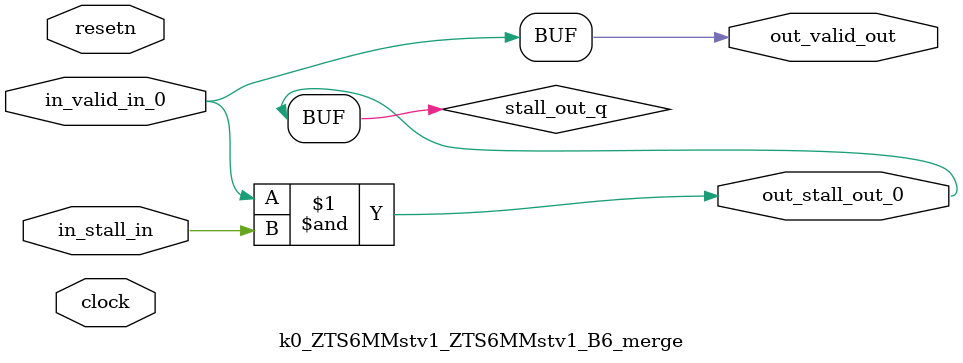
<source format=sv>



(* altera_attribute = "-name AUTO_SHIFT_REGISTER_RECOGNITION OFF; -name MESSAGE_DISABLE 10036; -name MESSAGE_DISABLE 10037; -name MESSAGE_DISABLE 14130; -name MESSAGE_DISABLE 14320; -name MESSAGE_DISABLE 15400; -name MESSAGE_DISABLE 14130; -name MESSAGE_DISABLE 10036; -name MESSAGE_DISABLE 12020; -name MESSAGE_DISABLE 12030; -name MESSAGE_DISABLE 12010; -name MESSAGE_DISABLE 12110; -name MESSAGE_DISABLE 14320; -name MESSAGE_DISABLE 13410; -name MESSAGE_DISABLE 113007; -name MESSAGE_DISABLE 10958" *)
module k0_ZTS6MMstv1_ZTS6MMstv1_B6_merge (
    input wire [0:0] in_stall_in,
    input wire [0:0] in_valid_in_0,
    output wire [0:0] out_stall_out_0,
    output wire [0:0] out_valid_out,
    input wire clock,
    input wire resetn
    );

    wire [0:0] stall_out_q;


    // stall_out(LOGICAL,6)
    assign stall_out_q = in_valid_in_0 & in_stall_in;

    // out_stall_out_0(GPOUT,4)
    assign out_stall_out_0 = stall_out_q;

    // out_valid_out(GPOUT,5)
    assign out_valid_out = in_valid_in_0;

endmodule

</source>
